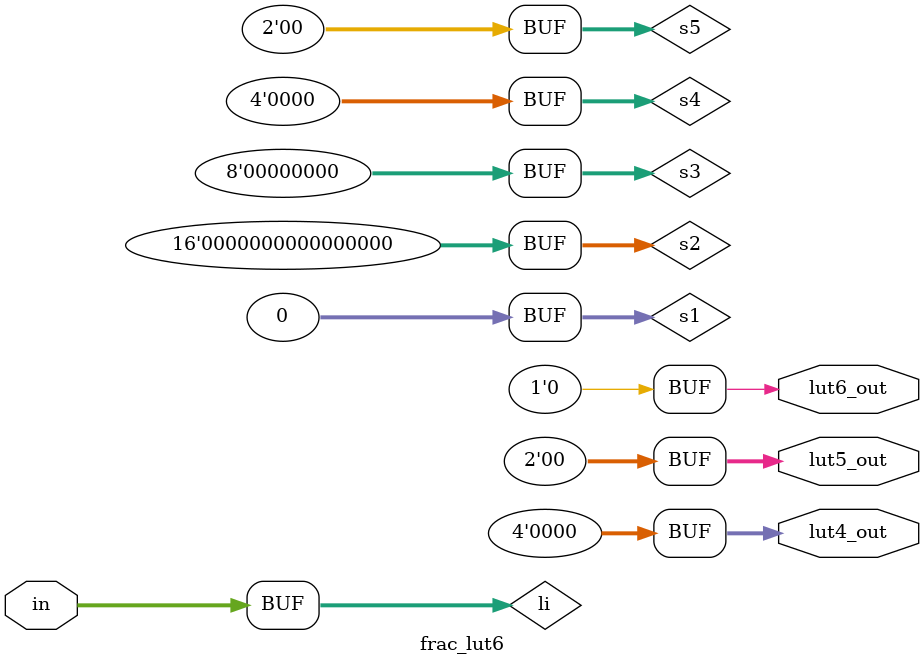
<source format=v>
module frac_lut6(
    input [0:5] in,
    output [0:3] lut4_out,
    output [0:1] lut5_out,
    output lut6_out
);
    parameter [0:63] LUT = 0;
    // Effective LUT input
    wire [0:5] li = in;

    // Output function
    wire [0:31] s1 = li[0] ?
    {LUT[0] , LUT[2] , LUT[4] , LUT[6] , LUT[8] , LUT[10], LUT[12], LUT[14], 
     LUT[16], LUT[18], LUT[20], LUT[22], LUT[24], LUT[26], LUT[28], LUT[30],
     LUT[32], LUT[34], LUT[36], LUT[38], LUT[40], LUT[42], LUT[44], LUT[46],
     LUT[48], LUT[50], LUT[52], LUT[54], LUT[56], LUT[58], LUT[60], LUT[62]}:
    {LUT[1] , LUT[3] , LUT[5] , LUT[7] , LUT[9] , LUT[11], LUT[13], LUT[15], 
     LUT[17], LUT[19], LUT[21], LUT[23], LUT[25], LUT[27], LUT[29], LUT[31],
     LUT[33], LUT[35], LUT[37], LUT[39], LUT[41], LUT[43], LUT[45], LUT[47],
     LUT[49], LUT[51], LUT[53], LUT[55], LUT[57], LUT[59], LUT[61], LUT[63]};

    wire [0:15] s2 = li[1] ?
    {s1[0] , s1[2] , s1[4] , s1[6] , s1[8] , s1[10], s1[12], s1[14],
     s1[16], s1[18], s1[20], s1[22], s1[24], s1[26], s1[28], s1[30]}:
    {s1[1] , s1[3] , s1[5] , s1[7] , s1[9] , s1[11], s1[13], s1[15],
     s1[17], s1[19], s1[21], s1[23], s1[25], s1[27], s1[29], s1[31]};

    wire [0:7] s3 = li[2] ?
    {s2[0], s2[2], s2[4], s2[6], s2[8], s2[10], s2[12], s2[14]}:
    {s2[1], s2[3], s2[5], s2[7], s2[9], s2[11], s2[13], s2[15]};

    wire [0:3] s4 = li[3] ? {s3[0], s3[2], s3[4], s3[6]}:
                            {s3[1], s3[3], s3[5], s3[7]};

    wire [0:1] s5 = li[4] ? {s4[0], s4[2]} : {s4[1], s4[3]};

    assign lut4_out[0] = s4[0];
    assign lut4_out[1] = s4[1];
    assign lut4_out[2] = s4[2];
    assign lut4_out[3] = s4[3];

    assign lut5_out[0] = s5[0];
    assign lut5_out[1] = s5[1];

    assign lut6_out = li[5] ? s5[0] : s5[1];

endmodule

</source>
